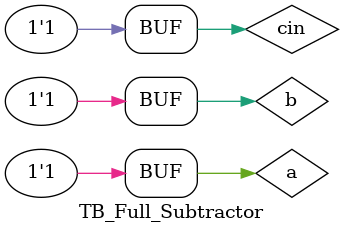
<source format=v>
`timescale 1ns / 1ps


module TB_Full_Subtractor(  );
reg a;
reg b;
reg cin;
wire diff;
wire borrow;
Full_Subtractor d0(.a(a),.b(b),.cin(cin),.diff(diff),.borrow(borrow));
initial begin 
 a = 0; b = 0; cin = 0;
#100; a = 0; b = 0; cin = 1;
#100; a = 0; b = 1; cin = 0;
#100; a = 0; b = 1; cin = 1;
#100; a = 1; b = 0; cin = 0;
#100; a = 1; b = 0; cin = 1;
#100; a = 1; b = 1; cin = 0;
#100; a = 1; b = 1; cin = 1;

end
endmodule

</source>
